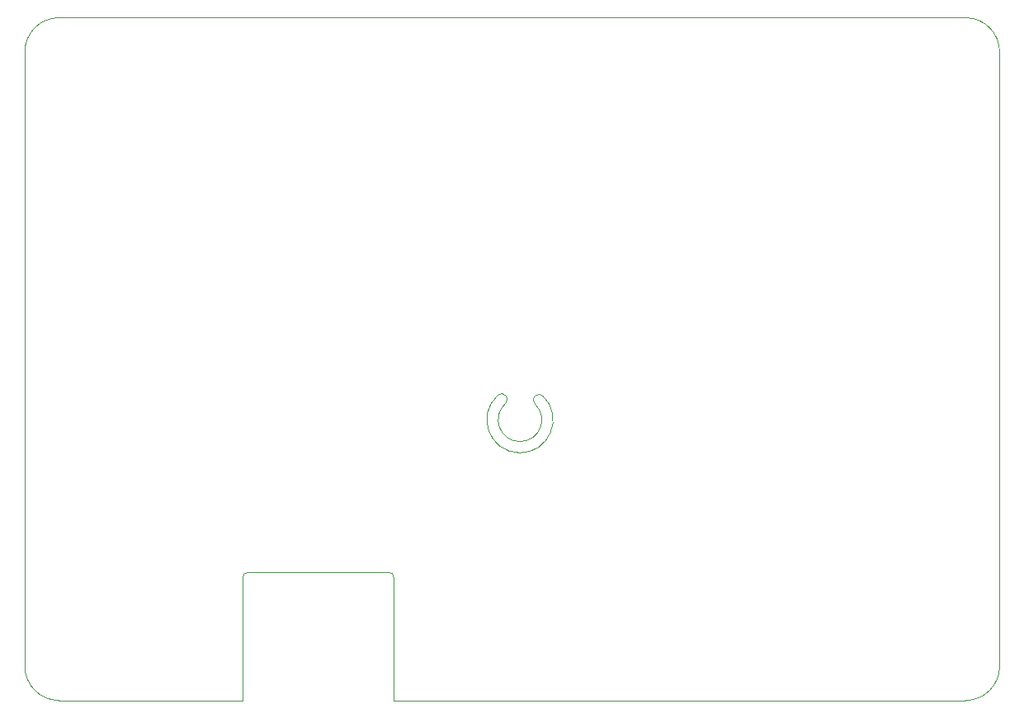
<source format=gbr>
%TF.GenerationSoftware,KiCad,Pcbnew,9.0.6*%
%TF.CreationDate,2025-12-23T10:41:37+01:00*%
%TF.ProjectId,LattePanda_MOKA,4c617474-6550-4616-9e64-615f4d4f4b41,1.0*%
%TF.SameCoordinates,Original*%
%TF.FileFunction,Profile,NP*%
%FSLAX46Y46*%
G04 Gerber Fmt 4.6, Leading zero omitted, Abs format (unit mm)*
G04 Created by KiCad (PCBNEW 9.0.6) date 2025-12-23 10:41:37*
%MOMM*%
%LPD*%
G01*
G04 APERTURE LIST*
%TA.AperFunction,Profile*%
%ADD10C,0.100000*%
%TD*%
%TA.AperFunction,Profile*%
%ADD11C,0.050000*%
%TD*%
G04 APERTURE END LIST*
D10*
X18880001Y9159974D02*
G75*
G02*
X19380001Y9660065I499999J92D01*
G01*
X2Y-3500026D02*
G75*
G02*
X-3499992Y-26I-2J3499992D01*
G01*
D11*
X45038393Y27860895D02*
G75*
G02*
X45838015Y27017308I379307J-441229D01*
G01*
D10*
X-3499998Y63119974D02*
G75*
G02*
X2Y66619974I3499958J42D01*
G01*
X96515137Y-26D02*
G75*
G02*
X93015137Y-3500071I-3500037J-8D01*
G01*
X-3499998Y-26D02*
X-3499998Y63120000D01*
X96515107Y63119974D02*
X96515137Y-26D01*
X33850001Y9659974D02*
X19380001Y9659974D01*
X33850001Y9659974D02*
G75*
G02*
X34350008Y9159974I-1J-500008D01*
G01*
D11*
X49665578Y27760045D02*
G75*
G02*
X45038396Y27856994I-2365638J-2435639D01*
G01*
D10*
X18880001Y9159974D02*
X18880001Y-3500026D01*
X34350001Y-3500026D02*
X34350001Y9159974D01*
X2Y66619974D02*
X93015137Y66619974D01*
X93006325Y-3500026D02*
X34350001Y-3500026D01*
X18880001Y-3500026D02*
X2Y-3500026D01*
X93015137Y66619974D02*
G75*
G02*
X96515108Y63119974I-37J-3500008D01*
G01*
D11*
X48826510Y26960045D02*
G75*
G02*
X49665621Y27760087I429090J390021D01*
G01*
X48825578Y26960045D02*
G75*
G02*
X45838001Y27017238I-1525648J-1635639D01*
G01*
M02*

</source>
